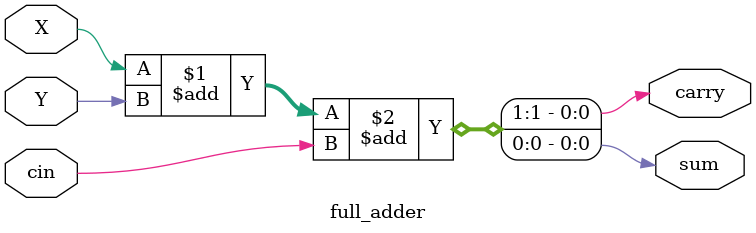
<source format=v>
module full_adder (
    input Y,
    input X,
    input cin,
    output wire sum,
    output wire carry
);
assign {carry, sum} = X + Y + cin;
endmodule
</source>
